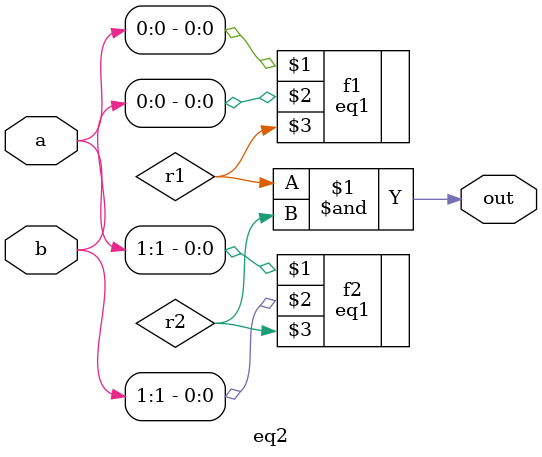
<source format=v>
`timescale 1ns / 1ps
`include "eq1.v"

module eq2(
	input wire [1:0] a,b,
	output wire out
);
	wire r1, r2;
	eq1 f1 (a[0], b[0], r1);
	eq1 f2 (a[1], b[1], r2);
	
	assign out = r1 & r2;
endmodule

</source>
